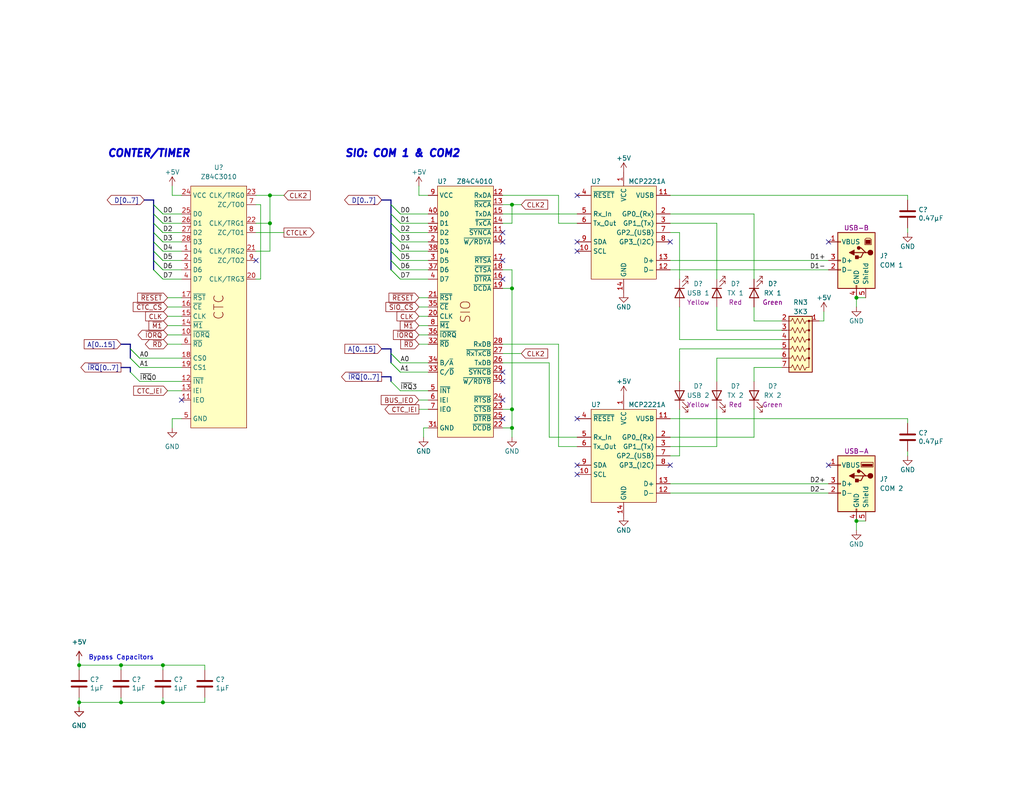
<source format=kicad_sch>
(kicad_sch (version 20230121) (generator eeschema)
  (paper "USLetter")
  (title_block (title "Main board with basic peripherals") (date "2023-09-20") (rev "3") (company "Frédéric Segard, aka Micro Hobbyist") (comment 1 "youtune.com/@microhobbyist") (comment 2 "github.com/fredericsegard") (comment 4 "I want to thank John Winans, Grant Searle and Sergey Kiselev for inspiring me."))
  (lib_symbols
    (symbol "+5V_1" (power) (pin_names (offset 0))
      (property "Value" "+5V_1" (at 0 3.556 0))
      (symbol "+5V_1_0_1"
        (polyline (pts (xy -0.762 1.27) (xy 0 2.54)))
        (polyline (pts (xy 0 0) (xy 0 2.54)))
        (polyline (pts (xy 0 2.54) (xy 0.762 1.27)))
      )
      (symbol "+5V_1_1_1"
        (pin power_in line (at 0 0 90) (length 0) hide (name "+5V") (number "1"))
      )
    )
    (symbol "0_Library:MCP2221A"
      (property "Reference" "U" (at -10.16 1.27 0))
      (property "Value" "MCP2221A" (at 1.27 1.27 0))
      (symbol "MCP2221A_0_1"
        (rectangle (start -8.89 0) (end 8.89 -25.4) (stroke (width 0.1524)) (fill (type background)))
      )
      (symbol "MCP2221A_1_1"
        (pin power_in line (at 0 3.81 270) (length 3.81) (name "VCC") (number "1"))
        (pin bidirectional line (at -12.7 -17.78 0) (length 3.81) (name "SCL") (number "10"))
        (pin power_out line (at 12.7 -2.54 180) (length 3.81) (name "VUSB") (number "11"))
        (pin bidirectional line (at 12.7 -22.86 180) (length 3.81) (name "D-") (number "12"))
        (pin bidirectional line (at 12.7 -20.32 180) (length 3.81) (name "D+") (number "13"))
        (pin power_in line (at 0 -29.21 90) (length 3.81) (name "GND") (number "14"))
        (pin bidirectional line (at 12.7 -7.62 180) (length 3.81) (name "GP0_(Rx)") (number "2"))
        (pin bidirectional line (at 12.7 -10.16 180) (length 3.81) (name "GP1_(Tx)") (number "3"))
        (pin input line (at -12.7 -2.54 0) (length 3.81) (name "~{RESET}") (number "4"))
        (pin input line (at -12.7 -7.62 0) (length 3.81) (name "Rx_In") (number "5"))
        (pin output line (at -12.7 -10.16 0) (length 3.81) (name "Tx_Out") (number "6"))
        (pin bidirectional line (at 12.7 -12.7 180) (length 3.81) (name "GP2_(USB)") (number "7"))
        (pin bidirectional line (at 12.7 -15.24 180) (length 3.81) (name "GP3_(I2C)") (number "8"))
        (pin bidirectional line (at -12.7 -15.24 0) (length 3.81) (name "SDA") (number "9"))
      )
    )
    (symbol "0_Library:Z84C30xx CTC"
      (property "Reference" "U" (at -7.62 1.27 0))
      (property "Value" "Z84C30xx CTC" (at 1.27 1.27 0))
      (symbol "Z84C30xx CTC_0_0"
        (text "CTC" (at 0 -33.02 900) (effects (font (size 2.54 2.54))))
      )
      (symbol "Z84C30xx CTC_0_1"
        (rectangle (start -7.62 0) (end 7.62 -66.04) (stroke (width 0.1524)) (fill (type background)))
      )
      (symbol "Z84C30xx CTC_1_1"
        (pin bidirectional line (at -10.16 -17.78 0) (length 2.54) (name "D4") (number "1"))
        (pin input line (at -10.16 -40.64 0) (length 2.54) (name "~{IORQ}") (number "10"))
        (pin output line (at -10.16 -58.42 0) (length 2.54) (name "IEO") (number "11"))
        (pin open_collector line (at -10.16 -53.34 0) (length 2.54) (name "~{INT}") (number "12"))
        (pin input line (at -10.16 -55.88 0) (length 2.54) (name "IEI") (number "13"))
        (pin input line (at -10.16 -38.1 0) (length 2.54) (name "~{M1}") (number "14"))
        (pin input line (at -10.16 -35.56 0) (length 2.54) (name "CLK") (number "15"))
        (pin input line (at -10.16 -33.02 0) (length 2.54) (name "~{CE}") (number "16"))
        (pin input line (at -10.16 -30.48 0) (length 2.54) (name "~{RST}") (number "17"))
        (pin input line (at -10.16 -46.99 0) (length 2.54) (name "CS0") (number "18"))
        (pin input line (at -10.16 -49.53 0) (length 2.54) (name "CS1") (number "19"))
        (pin bidirectional line (at -10.16 -20.32 0) (length 2.54) (name "D5") (number "2"))
        (pin input line (at 10.16 -25.4 180) (length 2.54) (name "CLK/TRG3") (number "20"))
        (pin input line (at 10.16 -17.78 180) (length 2.54) (name "CLK/TRG2") (number "21"))
        (pin input line (at 10.16 -10.16 180) (length 2.54) (name "CLK/TRG1") (number "22"))
        (pin input line (at 10.16 -2.54 180) (length 2.54) (name "CLK/TRG0") (number "23"))
        (pin power_in line (at -10.16 -2.54 0) (length 2.54) (name "VCC") (number "24"))
        (pin bidirectional line (at -10.16 -7.62 0) (length 2.54) (name "D0") (number "25"))
        (pin bidirectional line (at -10.16 -10.16 0) (length 2.54) (name "D1") (number "26"))
        (pin bidirectional line (at -10.16 -12.7 0) (length 2.54) (name "D2") (number "27"))
        (pin bidirectional line (at -10.16 -15.24 0) (length 2.54) (name "D3") (number "28"))
        (pin bidirectional line (at -10.16 -22.86 0) (length 2.54) (name "D6") (number "3"))
        (pin bidirectional line (at -10.16 -25.4 0) (length 2.54) (name "D7") (number "4"))
        (pin power_in line (at -10.16 -63.5 0) (length 2.54) (name "GND") (number "5"))
        (pin input line (at -10.16 -43.18 0) (length 2.54) (name "~{RD}") (number "6"))
        (pin output line (at 10.16 -5.08 180) (length 2.54) (name "ZC/TO0") (number "7"))
        (pin output line (at 10.16 -12.7 180) (length 2.54) (name "ZC/TO1") (number "8"))
        (pin output line (at 10.16 -20.32 180) (length 2.54) (name "ZC/TO2") (number "9"))
      )
    )
    (symbol "0_Library:Z84C40xx SIO"
      (property "Reference" "U" (at -7.62 1.27 0))
      (property "Value" "Z84C40xx SIO" (at 1.27 1.27 0))
      (symbol "Z84C40xx SIO_0_0"
        (text "SIO" (at 0 -34.29 900) (effects (font (size 2.54 2.54))))
      )
      (symbol "Z84C40xx SIO_0_1"
        (rectangle (start -7.62 0) (end 7.62 -68.58) (stroke (width 0.1524)) (fill (type background)))
      )
      (symbol "Z84C40xx SIO_1_1"
        (pin bidirectional line (at -10.16 -10.16 0) (length 2.54) (name "D1") (number "1"))
        (pin output line (at 10.16 -15.24 180) (length 2.54) (name "~{W/RDYA}") (number "10"))
        (pin bidirectional line (at 10.16 -12.7 180) (length 2.54) (name "~{SYNCA}") (number "11"))
        (pin input line (at 10.16 -2.54 180) (length 2.54) (name "RxDA") (number "12"))
        (pin input line (at 10.16 -5.08 180) (length 2.54) (name "~{RxCA}") (number "13"))
        (pin input line (at 10.16 -10.16 180) (length 2.54) (name "~{TxCA}") (number "14"))
        (pin output line (at 10.16 -7.62 180) (length 2.54) (name "TxDA") (number "15"))
        (pin output line (at 10.16 -25.4 180) (length 2.54) (name "~{DTRA}") (number "16"))
        (pin output line (at 10.16 -20.32 180) (length 2.54) (name "~{RTSA}") (number "17"))
        (pin input line (at 10.16 -22.86 180) (length 2.54) (name "~{CTSA}") (number "18"))
        (pin input line (at 10.16 -27.94 180) (length 2.54) (name "~{DCDA}") (number "19"))
        (pin bidirectional line (at -10.16 -15.24 0) (length 2.54) (name "D3") (number "2"))
        (pin input line (at -10.16 -35.56 0) (length 2.54) (name "CLK") (number "20"))
        (pin input line (at -10.16 -30.48 0) (length 2.54) (name "~{RST}") (number "21"))
        (pin input line (at 10.16 -66.04 180) (length 2.54) (name "~{DCDB}") (number "22"))
        (pin input line (at 10.16 -60.96 180) (length 2.54) (name "~{CTSB}") (number "23"))
        (pin output line (at 10.16 -58.42 180) (length 2.54) (name "~{RTSB}") (number "24"))
        (pin output line (at 10.16 -63.5 180) (length 2.54) (name "~{DTRB}") (number "25"))
        (pin output line (at 10.16 -48.26 180) (length 2.54) (name "TxDB") (number "26"))
        (pin input line (at 10.16 -45.72 180) (length 2.54) (name "~{RxTxCB}") (number "27"))
        (pin input line (at 10.16 -43.18 180) (length 2.54) (name "RxDB") (number "28"))
        (pin bidirectional line (at 10.16 -50.8 180) (length 2.54) (name "~{SYNCB}") (number "29"))
        (pin bidirectional line (at -10.16 -20.32 0) (length 2.54) (name "D5") (number "3"))
        (pin output line (at 10.16 -53.34 180) (length 2.54) (name "~{W/RDYB}") (number "30"))
        (pin power_in line (at -10.16 -66.04 0) (length 2.54) (name "GND") (number "31"))
        (pin input line (at -10.16 -43.18 0) (length 2.54) (name "~{RD}") (number "32"))
        (pin input line (at -10.16 -50.8 0) (length 2.54) (name "C/~{D}") (number "33"))
        (pin input line (at -10.16 -48.26 0) (length 2.54) (name "B/~{A}") (number "34"))
        (pin input line (at -10.16 -33.02 0) (length 2.54) (name "~{CE}") (number "35"))
        (pin input line (at -10.16 -40.64 0) (length 2.54) (name "~{IORQ}") (number "36"))
        (pin bidirectional line (at -10.16 -22.86 0) (length 2.54) (name "D6") (number "37"))
        (pin bidirectional line (at -10.16 -17.78 0) (length 2.54) (name "D4") (number "38"))
        (pin bidirectional line (at -10.16 -12.7 0) (length 2.54) (name "D2") (number "39"))
        (pin bidirectional line (at -10.16 -25.4 0) (length 2.54) (name "D7") (number "4"))
        (pin bidirectional line (at -10.16 -7.62 0) (length 2.54) (name "D0") (number "40"))
        (pin open_collector line (at -10.16 -55.88 0) (length 2.54) (name "~{INT}") (number "5"))
        (pin input line (at -10.16 -58.42 0) (length 2.54) (name "IEI") (number "6"))
        (pin output line (at -10.16 -60.96 0) (length 2.54) (name "IEO") (number "7"))
        (pin input line (at -10.16 -38.1 0) (length 2.54) (name "~{M1}") (number "8"))
        (pin power_in line (at -10.16 -2.54 0) (length 2.54) (name "VCC") (number "9"))
      )
    )
    (symbol "Connector:USB_A" (pin_names (offset 1.016))
      (property "Reference" "J" (at -5.08 11.43 0))
      (property "Value" "USB_A" (at -5.08 8.89 0))
      (symbol "USB_A_0_1"
        (rectangle (start -5.08 -7.62) (end 5.08 7.62) (stroke (width 0.254)) (fill (type background)))
        (circle (center -3.81 2.159) (radius 0.635) (stroke (width 0.254)) (fill (type outline)))
        (rectangle (start -1.524 4.826) (end -4.318 5.334) (fill (type outline)))
        (rectangle (start -1.27 4.572) (end -4.572 5.842))
        (circle (center -0.635 3.429) (radius 0.381) (stroke (width 0.254)) (fill (type outline)))
        (rectangle (start -0.127 -7.62) (end 0.127 -6.858))
        (polyline (pts (xy -3.175 2.159) (xy -2.54 2.159) (xy -1.27 3.429) (xy -0.635 3.429)) (stroke (width 0.254)))
        (polyline (pts (xy -2.54 2.159) (xy -1.905 2.159) (xy -1.27 0.889) (xy 0 0.889)) (stroke (width 0.254)))
        (polyline (pts (xy 0.635 2.794) (xy 0.635 1.524) (xy 1.905 2.159) (xy 0.635 2.794)) (stroke (width 0.254)) (fill (type outline)))
        (rectangle (start 0.254 1.27) (end -0.508 0.508) (stroke (width 0.254)) (fill (type outline)))
        (rectangle (start 5.08 -2.667) (end 4.318 -2.413))
        (rectangle (start 5.08 -0.127) (end 4.318 0.127))
        (rectangle (start 5.08 4.953) (end 4.318 5.207))
      )
      (symbol "USB_A_1_1"
        (polyline (pts (xy -1.905 2.159) (xy 0.635 2.159)) (stroke (width 0.254)))
        (pin power_in line (at 7.62 5.08 180) (length 2.54) (name "VBUS") (number "1"))
        (pin bidirectional line (at 7.62 -2.54 180) (length 2.54) (name "D-") (number "2"))
        (pin bidirectional line (at 7.62 0 180) (length 2.54) (name "D+") (number "3"))
        (pin power_in line (at 0 -10.16 90) (length 2.54) (name "GND") (number "4"))
        (pin passive line (at -2.54 -10.16 90) (length 2.54) (name "Shield") (number "5"))
      )
    )
    (symbol "Connector:USB_B" (pin_names (offset 1.016))
      (property "Reference" "J" (at -5.08 11.43 0))
      (property "Value" "USB_B" (at -5.08 8.89 0))
      (symbol "USB_B_0_1"
        (rectangle (start -5.08 -7.62) (end 5.08 7.62) (stroke (width 0.254)) (fill (type background)))
        (circle (center -3.81 2.159) (radius 0.635) (stroke (width 0.254)) (fill (type outline)))
        (rectangle (start -3.81 5.588) (end -2.54 4.572) (fill (type outline)))
        (circle (center -0.635 3.429) (radius 0.381) (stroke (width 0.254)) (fill (type outline)))
        (rectangle (start -0.127 -7.62) (end 0.127 -6.858))
        (polyline (pts (xy -1.905 2.159) (xy 0.635 2.159)) (stroke (width 0.254)))
        (polyline (pts (xy -3.175 2.159) (xy -2.54 2.159) (xy -1.27 3.429) (xy -0.635 3.429)) (stroke (width 0.254)))
        (polyline (pts (xy -2.54 2.159) (xy -1.905 2.159) (xy -1.27 0.889) (xy 0 0.889)) (stroke (width 0.254)))
        (polyline (pts (xy 0.635 2.794) (xy 0.635 1.524) (xy 1.905 2.159) (xy 0.635 2.794)) (stroke (width 0.254)) (fill (type outline)))
        (polyline (pts (xy -4.064 4.318) (xy -2.286 4.318) (xy -2.286 5.715) (xy -2.667 6.096) (xy -3.683 6.096) (xy -4.064 5.715) (xy -4.064 4.318)))
        (rectangle (start 0.254 1.27) (end -0.508 0.508) (stroke (width 0.254)) (fill (type outline)))
        (rectangle (start 5.08 -2.667) (end 4.318 -2.413))
        (rectangle (start 5.08 -0.127) (end 4.318 0.127))
        (rectangle (start 5.08 4.953) (end 4.318 5.207))
      )
      (symbol "USB_B_1_1"
        (pin power_out line (at 7.62 5.08 180) (length 2.54) (name "VBUS") (number "1"))
        (pin bidirectional line (at 7.62 -2.54 180) (length 2.54) (name "D-") (number "2"))
        (pin bidirectional line (at 7.62 0 180) (length 2.54) (name "D+") (number "3"))
        (pin power_out line (at 0 -10.16 90) (length 2.54) (name "GND") (number "4"))
        (pin passive line (at -2.54 -10.16 90) (length 2.54) (name "Shield") (number "5"))
      )
    )
    (symbol "Device:C" (pin_numbers hide) (pin_names (offset 0.254))
      (property "Reference" "C" (at 0.635 2.54 0))
      (property "Value" "C" (at 0.635 -2.54 0))
      (symbol "C_0_1"
        (polyline (pts (xy -2.032 -0.762) (xy 2.032 -0.762)) (stroke (width 0.508)))
        (polyline (pts (xy -2.032 0.762) (xy 2.032 0.762)) (stroke (width 0.508)))
      )
      (symbol "C_1_1"
        (pin passive line (at 0 3.81 270) (length 2.794) (name "~") (number "1"))
        (pin passive line (at 0 -3.81 90) (length 2.794) (name "~") (number "2"))
      )
    )
    (symbol "Device:LED" (pin_numbers hide) (pin_names (offset 1.016) hide)
      (property "Reference" "D" (at 0 2.54 0))
      (property "Value" "LED" (at 0 -2.54 0))
      (symbol "LED_0_1"
        (polyline (pts (xy -1.27 -1.27) (xy -1.27 1.27)) (stroke (width 0.254)))
        (polyline (pts (xy -1.27 0) (xy 1.27 0)))
        (polyline (pts (xy 1.27 -1.27) (xy 1.27 1.27) (xy -1.27 0) (xy 1.27 -1.27)) (stroke (width 0.254)))
        (polyline (pts (xy -3.048 -0.762) (xy -4.572 -2.286) (xy -3.81 -2.286) (xy -4.572 -2.286) (xy -4.572 -1.524)))
        (polyline (pts (xy -1.778 -0.762) (xy -3.302 -2.286) (xy -2.54 -2.286) (xy -3.302 -2.286) (xy -3.302 -1.524)))
      )
      (symbol "LED_1_1"
        (pin passive line (at -3.81 0 0) (length 2.54) (name "K") (number "1"))
        (pin passive line (at 3.81 0 180) (length 2.54) (name "A") (number "2"))
      )
    )
    (symbol "Device:R_Network06_US" (pin_names (offset 0) hide)
      (property "Reference" "RN" (at -10.16 0 90))
      (property "Value" "R_Network06_US" (at 7.62 0 90))
      (symbol "R_Network06_US_0_1"
        (rectangle (start -8.89 -3.175) (end 6.35 3.175) (stroke (width 0.254)) (fill (type background)))
        (circle (center -7.62 2.286) (radius 0.254) (fill (type outline)))
        (circle (center -5.08 2.286) (radius 0.254) (fill (type outline)))
        (circle (center -2.54 2.286) (radius 0.254) (fill (type outline)))
        (polyline (pts (xy -7.62 2.286) (xy 5.08 2.286)))
        (polyline (pts (xy -7.62 2.286) (xy -7.62 1.524) (xy -6.858 1.1684) (xy -8.382 0.508) (xy -6.858 -0.1524) (xy -8.382 -0.8382) (xy -6.858 -1.524) (xy -8.382 -2.1844) (xy -7.62 -2.54) (xy -7.62 -3.81)))
        (polyline (pts (xy -5.08 2.286) (xy -5.08 1.524) (xy -4.318 1.1684) (xy -5.842 0.508) (xy -4.318 -0.1524) (xy -5.842 -0.8382) (xy -4.318 -1.524) (xy -5.842 -2.1844) (xy -5.08 -2.54) (xy -5.08 -3.81)))
        (polyline (pts (xy -2.54 2.286) (xy -2.54 1.524) (xy -1.778 1.1684) (xy -3.302 0.508) (xy -1.778 -0.1524) (xy -3.302 -0.8382) (xy -1.778 -1.524) (xy -3.302 -2.1844) (xy -2.54 -2.54) (xy -2.54 -3.81)))
        (polyline (pts (xy 0 2.286) (xy 0 1.524) (xy 0.762 1.1684) (xy -0.762 0.508) (xy 0.762 -0.1524) (xy -0.762 -0.8382) (xy 0.762 -1.524) (xy -0.762 -2.1844) (xy 0 -2.54) (xy 0 -3.81)))
        (polyline (pts (xy 2.54 2.286) (xy 2.54 1.524) (xy 3.302 1.1684) (xy 1.778 0.508) (xy 3.302 -0.1524) (xy 1.778 -0.8382) (xy 3.302 -1.524) (xy 1.778 -2.1844) (xy 2.54 -2.54) (xy 2.54 -3.81)))
        (polyline (pts (xy 5.08 2.286) (xy 5.08 1.524) (xy 5.842 1.1684) (xy 4.318 0.508) (xy 5.842 -0.1524) (xy 4.318 -0.8382) (xy 5.842 -1.524) (xy 4.318 -2.1844) (xy 5.08 -2.54) (xy 5.08 -3.81)))
        (circle (center 0 2.286) (radius 0.254) (fill (type outline)))
        (circle (center 2.54 2.286) (radius 0.254) (fill (type outline)))
      )
      (symbol "R_Network06_US_1_1"
        (pin passive line (at -7.62 5.08 270) (length 2.54) (name "common") (number "1"))
        (pin passive line (at -7.62 -5.08 90) (length 1.27) (name "R1") (number "2"))
        (pin passive line (at -5.08 -5.08 90) (length 1.27) (name "R2") (number "3"))
        (pin passive line (at -2.54 -5.08 90) (length 1.27) (name "R3") (number "4"))
        (pin passive line (at 0 -5.08 90) (length 1.27) (name "R4") (number "5"))
        (pin passive line (at 2.54 -5.08 90) (length 1.27) (name "R5") (number "6"))
        (pin passive line (at 5.08 -5.08 90) (length 1.27) (name "R6") (number "7"))
      )
    )
    (symbol "GND_1" (power) (pin_names (offset 0))
      (property "Value" "GND_1" (at 0 -3.81 0))
      (symbol "GND_1_0_1"
        (polyline (pts (xy 0 0) (xy 0 -1.27) (xy 1.27 -1.27) (xy 0 -2.54) (xy -1.27 -1.27) (xy 0 -1.27)))
      )
      (symbol "GND_1_1_1"
        (pin power_in line (at 0 0 270) (length 0) hide (name "GND") (number "1"))
      )
    )
  )
  (junction (at 73.66 53.34))
  (junction (at 139.7 111.76))
  (junction (at 21.59 191.77))
  (junction (at 44.45 191.77))
  (junction (at 44.45 181.61))
  (junction (at 233.68 142.24))
  (junction (at 21.59 181.61))
  (junction (at 233.68 81.28))
  (junction (at 139.7 116.84))
  (junction (at 73.66 60.96))
  (junction (at 139.7 78.74))
  (junction (at 33.02 191.77))
  (junction (at 139.7 55.88))
  (junction (at 33.02 181.61))
  (no_connect (at 157.48 66.04))
  (no_connect (at 182.88 127))
  (no_connect (at 137.16 76.2))
  (no_connect (at 157.48 127))
  (no_connect (at 137.16 109.22))
  (no_connect (at 137.16 63.5))
  (no_connect (at 137.16 71.12))
  (no_connect (at 69.85 71.12))
  (no_connect (at 137.16 104.14))
  (no_connect (at 49.53 109.22))
  (no_connect (at 137.16 101.6))
  (no_connect (at 182.88 66.04))
  (no_connect (at 157.48 129.54))
  (no_connect (at 157.48 68.58))
  (no_connect (at 137.16 114.3))
  (no_connect (at 226.06 127))
  (no_connect (at 157.48 114.3))
  (no_connect (at 226.06 66.04))
  (no_connect (at 137.16 66.04))
  (no_connect (at 157.48 53.34))
  (bus_entry (at 41.91 71.12) (size 2.54 2.54))
  (bus_entry (at 41.91 58.42) (size 2.54 2.54))
  (bus_entry (at 41.91 71.12) (size 2.54 2.54))
  (bus_entry (at 106.68 73.66) (size 2.54 2.54))
  (bus_entry (at 106.68 73.66) (size 2.54 2.54))
  (bus_entry (at 106.68 66.04) (size 2.54 2.54))
  (bus_entry (at 106.68 66.04) (size 2.54 2.54))
  (bus_entry (at 35.56 97.79) (size 2.54 2.54))
  (bus_entry (at 106.68 60.96) (size 2.54 2.54))
  (bus_entry (at 106.68 60.96) (size 2.54 2.54))
  (bus_entry (at 106.68 63.5) (size 2.54 2.54))
  (bus_entry (at 106.68 63.5) (size 2.54 2.54))
  (bus_entry (at 41.91 66.04) (size 2.54 2.54))
  (bus_entry (at 41.91 55.88) (size 2.54 2.54))
  (bus_entry (at 41.91 66.04) (size 2.54 2.54))
  (bus_entry (at 41.91 58.42) (size 2.54 2.54))
  (bus_entry (at 106.68 104.14) (size 2.54 2.54))
  (bus_entry (at 106.68 55.88) (size 2.54 2.54))
  (bus_entry (at 106.68 55.88) (size 2.54 2.54))
  (bus_entry (at 106.68 71.12) (size 2.54 2.54))
  (bus_entry (at 106.68 71.12) (size 2.54 2.54))
  (bus_entry (at 41.91 68.58) (size 2.54 2.54))
  (bus_entry (at 35.56 95.25) (size 2.54 2.54))
  (bus_entry (at 41.91 55.88) (size 2.54 2.54))
  (bus_entry (at 41.91 60.96) (size 2.54 2.54))
  (bus_entry (at 35.56 101.6) (size 2.54 2.54))
  (bus_entry (at 106.68 96.52) (size 2.54 2.54))
  (bus_entry (at 106.68 96.52) (size 2.54 2.54))
  (bus_entry (at 41.91 63.5) (size 2.54 2.54))
  (bus_entry (at 41.91 73.66) (size 2.54 2.54))
  (bus_entry (at 41.91 68.58) (size 2.54 2.54))
  (bus_entry (at 41.91 63.5) (size 2.54 2.54))
  (bus_entry (at 106.68 99.06) (size 2.54 2.54))
  (bus_entry (at 106.68 99.06) (size 2.54 2.54))
  (bus_entry (at 41.91 60.96) (size 2.54 2.54))
  (bus_entry (at 35.56 97.79) (size 2.54 2.54))
  (bus_entry (at 41.91 73.66) (size 2.54 2.54))
  (bus_entry (at 106.68 58.42) (size 2.54 2.54))
  (bus_entry (at 106.68 58.42) (size 2.54 2.54))
  (bus_entry (at 35.56 95.25) (size 2.54 2.54))
  (bus_entry (at 106.68 68.58) (size 2.54 2.54))
  (bus_entry (at 106.68 68.58) (size 2.54 2.54))
  (wire (pts (xy 247.65 54.61) (xy 247.65 53.34)))
  (wire (pts (xy 195.58 90.17) (xy 213.36 90.17)))
  (wire (pts (xy 247.65 115.57) (xy 247.65 114.3)))
  (bus (pts (xy 41.91 58.42) (xy 41.91 55.88)))
  (wire (pts (xy 109.22 101.6) (xy 116.84 101.6)))
  (wire (pts (xy 114.3 83.82) (xy 116.84 83.82)))
  (wire (pts (xy 223.52 87.63) (xy 224.79 87.63)))
  (wire (pts (xy 45.72 83.82) (xy 49.53 83.82)))
  (wire (pts (xy 114.3 111.76) (xy 116.84 111.76)))
  (wire (pts (xy 205.74 119.38) (xy 182.88 119.38)))
  (bus (pts (xy 41.91 68.58) (xy 41.91 66.04)))
  (wire (pts (xy 139.7 73.66) (xy 139.7 78.74)))
  (wire (pts (xy 69.85 68.58) (xy 73.66 68.58)))
  (wire (pts (xy 139.7 55.88) (xy 139.7 60.96)))
  (wire (pts (xy 38.1 104.14) (xy 49.53 104.14)))
  (wire (pts (xy 137.16 73.66) (xy 139.7 73.66)))
  (wire (pts (xy 46.99 114.3) (xy 46.99 116.84)))
  (wire (pts (xy 44.45 58.42) (xy 49.53 58.42)))
  (wire (pts (xy 205.74 111.76) (xy 205.74 119.38)))
  (wire (pts (xy 195.58 97.79) (xy 213.36 97.79)))
  (wire (pts (xy 195.58 104.14) (xy 195.58 97.79)))
  (wire (pts (xy 109.22 68.58) (xy 116.84 68.58)))
  (wire (pts (xy 38.1 100.33) (xy 49.53 100.33)))
  (wire (pts (xy 21.59 181.61) (xy 21.59 182.88)))
  (wire (pts (xy 182.88 60.96) (xy 195.58 60.96)))
  (wire (pts (xy 137.16 60.96) (xy 139.7 60.96)))
  (wire (pts (xy 44.45 73.66) (xy 49.53 73.66)))
  (wire (pts (xy 157.48 121.92) (xy 152.4 121.92)))
  (wire (pts (xy 233.68 81.28) (xy 233.68 83.82)))
  (wire (pts (xy 185.42 111.76) (xy 185.42 124.46)))
  (wire (pts (xy 44.45 182.88) (xy 44.45 181.61)))
  (wire (pts (xy 185.42 95.25) (xy 213.36 95.25)))
  (wire (pts (xy 33.02 190.5) (xy 33.02 191.77)))
  (wire (pts (xy 55.88 190.5) (xy 55.88 191.77)))
  (bus (pts (xy 41.91 60.96) (xy 41.91 58.42)))
  (wire (pts (xy 137.16 111.76) (xy 139.7 111.76)))
  (wire (pts (xy 115.57 116.84) (xy 115.57 119.38)))
  (wire (pts (xy 44.45 60.96) (xy 49.53 60.96)))
  (wire (pts (xy 44.45 190.5) (xy 44.45 191.77)))
  (wire (pts (xy 195.58 76.2) (xy 195.58 60.96)))
  (wire (pts (xy 38.1 97.79) (xy 49.53 97.79)))
  (bus (pts (xy 41.91 71.12) (xy 41.91 68.58)))
  (wire (pts (xy 45.72 81.28) (xy 49.53 81.28)))
  (wire (pts (xy 109.22 106.68) (xy 116.84 106.68)))
  (wire (pts (xy 109.22 60.96) (xy 116.84 60.96)))
  (bus (pts (xy 106.68 99.06) (xy 106.68 96.52)))
  (wire (pts (xy 247.65 63.5) (xy 247.65 62.23)))
  (bus (pts (xy 104.14 95.25) (xy 106.68 95.25)))
  (wire (pts (xy 45.72 93.98) (xy 49.53 93.98)))
  (wire (pts (xy 247.65 53.34) (xy 182.88 53.34)))
  (wire (pts (xy 44.45 71.12) (xy 49.53 71.12)))
  (wire (pts (xy 44.45 191.77) (xy 55.88 191.77)))
  (bus (pts (xy 106.68 104.14) (xy 106.68 102.87)))
  (bus (pts (xy 106.68 71.12) (xy 106.68 68.58)))
  (wire (pts (xy 45.72 88.9) (xy 49.53 88.9)))
  (wire (pts (xy 45.72 86.36) (xy 49.53 86.36)))
  (wire (pts (xy 137.16 78.74) (xy 139.7 78.74)))
  (wire (pts (xy 139.7 55.88) (xy 142.24 55.88)))
  (wire (pts (xy 109.22 76.2) (xy 116.84 76.2)))
  (wire (pts (xy 114.3 93.98) (xy 116.84 93.98)))
  (wire (pts (xy 73.66 53.34) (xy 77.47 53.34)))
  (wire (pts (xy 109.22 63.5) (xy 116.84 63.5)))
  (bus (pts (xy 106.68 66.04) (xy 106.68 63.5)))
  (wire (pts (xy 45.72 106.68) (xy 49.53 106.68)))
  (wire (pts (xy 137.16 58.42) (xy 157.48 58.42)))
  (wire (pts (xy 109.22 66.04) (xy 116.84 66.04)))
  (wire (pts (xy 233.68 81.28) (xy 236.22 81.28)))
  (wire (pts (xy 44.45 181.61) (xy 55.88 181.61)))
  (bus (pts (xy 106.68 63.5) (xy 106.68 60.96)))
  (wire (pts (xy 185.42 92.71) (xy 213.36 92.71)))
  (wire (pts (xy 55.88 182.88) (xy 55.88 181.61)))
  (wire (pts (xy 44.45 181.61) (xy 33.02 181.61)))
  (bus (pts (xy 41.91 55.88) (xy 41.91 54.61)))
  (wire (pts (xy 182.88 134.62) (xy 226.06 134.62)))
  (wire (pts (xy 33.02 181.61) (xy 21.59 181.61)))
  (wire (pts (xy 73.66 60.96) (xy 73.66 68.58)))
  (wire (pts (xy 205.74 100.33) (xy 213.36 100.33)))
  (bus (pts (xy 106.68 55.88) (xy 106.68 54.61)))
  (wire (pts (xy 233.68 142.24) (xy 236.22 142.24)))
  (wire (pts (xy 137.16 96.52) (xy 142.24 96.52)))
  (wire (pts (xy 182.88 71.12) (xy 226.06 71.12)))
  (wire (pts (xy 137.16 55.88) (xy 139.7 55.88)))
  (wire (pts (xy 33.02 182.88) (xy 33.02 181.61)))
  (wire (pts (xy 69.85 55.88) (xy 71.12 55.88)))
  (wire (pts (xy 73.66 53.34) (xy 73.66 60.96)))
  (wire (pts (xy 182.88 73.66) (xy 226.06 73.66)))
  (bus (pts (xy 41.91 73.66) (xy 41.91 71.12)))
  (wire (pts (xy 182.88 132.08) (xy 226.06 132.08)))
  (wire (pts (xy 69.85 63.5) (xy 77.47 63.5)))
  (bus (pts (xy 104.14 54.61) (xy 106.68 54.61)))
  (wire (pts (xy 71.12 55.88) (xy 71.12 76.2)))
  (bus (pts (xy 33.02 100.33) (xy 35.56 100.33)))
  (wire (pts (xy 71.12 76.2) (xy 69.85 76.2)))
  (wire (pts (xy 109.22 58.42) (xy 116.84 58.42)))
  (wire (pts (xy 21.59 191.77) (xy 33.02 191.77)))
  (bus (pts (xy 41.91 63.5) (xy 41.91 60.96)))
  (bus (pts (xy 106.68 73.66) (xy 106.68 71.12)))
  (wire (pts (xy 109.22 71.12) (xy 116.84 71.12)))
  (wire (pts (xy 114.3 88.9) (xy 116.84 88.9)))
  (wire (pts (xy 21.59 190.5) (xy 21.59 191.77)))
  (bus (pts (xy 106.68 60.96) (xy 106.68 58.42)))
  (wire (pts (xy 185.42 124.46) (xy 182.88 124.46)))
  (wire (pts (xy 46.99 50.8) (xy 46.99 53.34)))
  (wire (pts (xy 114.3 91.44) (xy 116.84 91.44)))
  (wire (pts (xy 139.7 78.74) (xy 139.7 111.76)))
  (wire (pts (xy 69.85 60.96) (xy 73.66 60.96)))
  (bus (pts (xy 35.56 101.6) (xy 35.56 100.33)))
  (wire (pts (xy 224.79 85.09) (xy 224.79 87.63)))
  (wire (pts (xy 137.16 116.84) (xy 139.7 116.84)))
  (bus (pts (xy 41.91 66.04) (xy 41.91 63.5)))
  (wire (pts (xy 137.16 53.34) (xy 152.4 53.34)))
  (wire (pts (xy 114.3 86.36) (xy 116.84 86.36)))
  (bus (pts (xy 39.37 54.61) (xy 41.91 54.61)))
  (wire (pts (xy 205.74 83.82) (xy 205.74 87.63)))
  (wire (pts (xy 205.74 104.14) (xy 205.74 100.33)))
  (wire (pts (xy 195.58 111.76) (xy 195.58 121.92)))
  (wire (pts (xy 149.86 99.06) (xy 137.16 99.06)))
  (wire (pts (xy 139.7 116.84) (xy 139.7 119.38)))
  (wire (pts (xy 44.45 68.58) (xy 49.53 68.58)))
  (bus (pts (xy 33.02 93.98) (xy 35.56 93.98)))
  (wire (pts (xy 116.84 116.84) (xy 115.57 116.84)))
  (wire (pts (xy 44.45 76.2) (xy 49.53 76.2)))
  (wire (pts (xy 114.3 50.8) (xy 114.3 53.34)))
  (bus (pts (xy 35.56 97.79) (xy 35.56 95.25)))
  (bus (pts (xy 104.14 102.87) (xy 106.68 102.87)))
  (wire (pts (xy 21.59 180.34) (xy 21.59 181.61)))
  (wire (pts (xy 195.58 83.82) (xy 195.58 90.17)))
  (wire (pts (xy 114.3 109.22) (xy 116.84 109.22)))
  (bus (pts (xy 106.68 96.52) (xy 106.68 95.25)))
  (bus (pts (xy 106.68 68.58) (xy 106.68 66.04)))
  (wire (pts (xy 185.42 83.82) (xy 185.42 92.71)))
  (wire (pts (xy 185.42 104.14) (xy 185.42 95.25)))
  (wire (pts (xy 49.53 53.34) (xy 46.99 53.34)))
  (bus (pts (xy 106.68 58.42) (xy 106.68 55.88)))
  (wire (pts (xy 69.85 53.34) (xy 73.66 53.34)))
  (wire (pts (xy 152.4 53.34) (xy 152.4 60.96)))
  (wire (pts (xy 149.86 119.38) (xy 157.48 119.38)))
  (wire (pts (xy 109.22 73.66) (xy 116.84 73.66)))
  (wire (pts (xy 137.16 93.98) (xy 152.4 93.98)))
  (wire (pts (xy 49.53 114.3) (xy 46.99 114.3)))
  (wire (pts (xy 139.7 111.76) (xy 139.7 116.84)))
  (wire (pts (xy 185.42 63.5) (xy 185.42 76.2)))
  (wire (pts (xy 44.45 66.04) (xy 49.53 66.04)))
  (wire (pts (xy 116.84 53.34) (xy 114.3 53.34)))
  (wire (pts (xy 33.02 191.77) (xy 44.45 191.77)))
  (bus (pts (xy 35.56 95.25) (xy 35.56 93.98)))
  (wire (pts (xy 233.68 142.24) (xy 233.68 144.78)))
  (wire (pts (xy 45.72 91.44) (xy 49.53 91.44)))
  (wire (pts (xy 185.42 63.5) (xy 182.88 63.5)))
  (wire (pts (xy 152.4 93.98) (xy 152.4 121.92)))
  (wire (pts (xy 182.88 58.42) (xy 205.74 58.42)))
  (wire (pts (xy 182.88 114.3) (xy 247.65 114.3)))
  (wire (pts (xy 109.22 99.06) (xy 116.84 99.06)))
  (wire (pts (xy 114.3 81.28) (xy 116.84 81.28)))
  (wire (pts (xy 21.59 191.77) (xy 21.59 193.04)))
  (wire (pts (xy 205.74 76.2) (xy 205.74 58.42)))
  (wire (pts (xy 157.48 60.96) (xy 152.4 60.96)))
  (wire (pts (xy 149.86 119.38) (xy 149.86 99.06)))
  (wire (pts (xy 247.65 124.46) (xy 247.65 123.19)))
  (wire (pts (xy 44.45 63.5) (xy 49.53 63.5)))
  (wire (pts (xy 195.58 121.92) (xy 182.88 121.92)))
  (wire (pts (xy 205.74 87.63) (xy 213.36 87.63)))
  (text "CONTER/TIMER" (at 29.21 43.18 0) (effects (font (size 2 2) (thickness 0.508) bold italic) (justify left bottom)))
  (text "SIO: COM 1 & COM2" (at 93.98 43.18 0) (effects (font (size 2 2) (thickness 0.508) bold italic) (justify left bottom)))
  (text "Bypass Capacitors" (at 24.13 180.34 0) (effects (font (size 1.27 1.27)) (justify left bottom)))
  (text "Bypass Capacitors" (at 24.13 180.34 0) (effects (font (size 1.27 1.27)) (justify left bottom)))
  (label "D1" (at 44.45 60.96 0))
  (label "D2+" (at 220.98 132.08 0))
  (label "D7" (at 44.45 76.2 0))
  (label "A1" (at 38.1 100.33 0))
  (label "A0" (at 38.1 97.79 0))
  (label "D5" (at 109.22 71.12 0))
  (label "~{IRQ}3" (at 109.22 106.68 0))
  (label "A1" (at 109.22 101.6 0))
  (label "D1" (at 109.22 60.96 0))
  (label "D2-" (at 220.98 134.62 0))
  (label "D1-" (at 220.98 73.66 0))
  (label "D2" (at 44.45 63.5 0))
  (label "A0" (at 109.22 99.06 0))
  (label "D4" (at 44.45 68.58 0))
  (label "D6" (at 44.45 73.66 0))
  (label "D6" (at 109.22 73.66 0))
  (label "D0" (at 109.22 58.42 0))
  (label "D3" (at 44.45 66.04 0))
  (label "D3" (at 109.22 66.04 0))
  (label "D1+" (at 220.98 71.12 0))
  (label "~{IRQ}0" (at 38.1 104.14 0))
  (label "D5" (at 44.45 71.12 0))
  (label "D4" (at 109.22 68.58 0))
  (label "D7" (at 109.22 76.2 0))
  (label "D2" (at 109.22 63.5 0))
  (label "D0" (at 44.45 58.42 0))
  (global_label "~{SIO_CS}" (shape input) (at 114.3 83.82 180) (property "Intersheetrefs" "${INTERSHEET_REFS}" (effects hide)))
  (global_label "CLK2" (shape input) (at 142.24 96.52 0) (property "Intersheetrefs" "${INTERSHEET_REFS}" (effects hide)))
  (global_label "CLK" (shape input) (at 114.3 86.36 180) (property "Intersheetrefs" "${INTERSHEET_REFS}" (effects hide)))
  (global_label "D[0..7]" (shape bidirectional) (at 39.37 54.61 180) (property "Intersheetrefs" "${INTERSHEET_REFS}" (effects hide)))
  (global_label "~{RESET}" (shape input) (at 114.3 81.28 180) (property "Intersheetrefs" "${INTERSHEET_REFS}" (effects hide)))
  (global_label "BUS_IEO" (shape input) (at 114.3 109.22 180) (property "Intersheetrefs" "${INTERSHEET_REFS}" (effects hide)))
  (global_label "~{RD}" (shape tri_state) (at 45.72 93.98 180) (property "Intersheetrefs" "${INTERSHEET_REFS}" (effects hide)))
  (global_label "CLK2" (shape input) (at 77.47 53.34 0) (property "Intersheetrefs" "${INTERSHEET_REFS}" (effects hide)))
  (global_label "~{IRQ}[0..7]" (shape output) (at 33.02 100.33 180) (property "Intersheetrefs" "${INTERSHEET_REFS}" (effects hide)))
  (global_label "~{M1}" (shape input) (at 114.3 88.9 180) (property "Intersheetrefs" "${INTERSHEET_REFS}" (effects hide)))
  (global_label "A[0..15]" (shape input) (at 33.02 93.98 180) (property "Intersheetrefs" "${INTERSHEET_REFS}" (effects hide)))
  (global_label "~{RESET}" (shape input) (at 45.72 81.28 180) (property "Intersheetrefs" "${INTERSHEET_REFS}" (effects hide)))
  (global_label "~{IRQ}[0..7]" (shape output) (at 104.14 102.87 180) (property "Intersheetrefs" "${INTERSHEET_REFS}" (effects hide)))
  (global_label "~{RD}" (shape input) (at 114.3 93.98 180) (property "Intersheetrefs" "${INTERSHEET_REFS}" (effects hide)))
  (global_label "CLK2" (shape input) (at 142.24 55.88 0) (property "Intersheetrefs" "${INTERSHEET_REFS}" (effects hide)))
  (global_label "CLK" (shape input) (at 45.72 86.36 180) (property "Intersheetrefs" "${INTERSHEET_REFS}" (effects hide)))
  (global_label "~{CTC_CS}" (shape input) (at 45.72 83.82 180) (property "Intersheetrefs" "${INTERSHEET_REFS}" (effects hide)))
  (global_label "CTCLK" (shape output) (at 77.47 63.5 0) (property "Intersheetrefs" "${INTERSHEET_REFS}" (effects hide)))
  (global_label "~{M1}" (shape input) (at 45.72 88.9 180) (property "Intersheetrefs" "${INTERSHEET_REFS}" (effects hide)))
  (global_label "~{IORQ}" (shape input) (at 114.3 91.44 180) (property "Intersheetrefs" "${INTERSHEET_REFS}" (effects hide)))
  (global_label "A[0..15]" (shape input) (at 104.14 95.25 180) (property "Intersheetrefs" "${INTERSHEET_REFS}" (effects hide)))
  (global_label "CTC_IEI" (shape output) (at 114.3 111.76 180) (property "Intersheetrefs" "${INTERSHEET_REFS}" (effects hide)))
  (global_label "D[0..7]" (shape bidirectional) (at 104.14 54.61 180) (property "Intersheetrefs" "${INTERSHEET_REFS}" (effects hide)))
  (global_label "CTC_IEI" (shape input) (at 45.72 106.68 180) (property "Intersheetrefs" "${INTERSHEET_REFS}" (effects hide)))
  (global_label "~{IORQ}" (shape tri_state) (at 45.72 91.44 180) (property "Intersheetrefs" "${INTERSHEET_REFS}" (effects hide)))
  (symbol (lib_id "Device:C") (at 21.59 186.69 0) (unit 1)
    (property "Reference" "C?" (at 24.511 185.5216 0) (effects (justify left)))
    (property "Value" "1µF" (at 24.511 187.833 0) (effects (justify left)))
    (property "Footprint" "Capacitor_THT:C_Disc_D3.0mm_W1.6mm_P2.50mm" (effects hide))
    (instances (project "1 - Main CPU board with basic peripherals (rev5)" (path "" (reference "C?") (unit 1))) (project "2 - CPU and memory card with the essential peripherals" (path "" (reference "C?") (unit 1))) (project "3 - Quad Serial card v3" (path "" (reference "C?") (unit 1)) (path "" (reference "C?") (unit 1))) (project "2 - CPU and core components (Rev 3)" (path "" (reference "C14") (unit 1))))
  )
  (symbol (lib_name "GND_1") (lib_id "power:GND") (at 247.65 63.5 0) (unit 1)
    (property "Reference" "#PWR?" (effects hide))
    (property "Value" "GND" (at 247.65 67.31 0))
    (instances (project "1 - Main CPU board with basic peripherals (rev5)" (path "" (reference "#PWR?") (unit 1))) (project "2 - CPU and memory card with the essential peripherals" (path "" (reference "#PWR?") (unit 1))) (project "3 - Quad Serial card v3" (path "" (reference "#PWR?") (unit 1)) (path "" (reference "#PWR?") (unit 1)) (path "" (reference "#PWR?") (unit 1))) (project "2 - CPU and core components (Rev 3)" (path "" (reference "#PWR039") (unit 1))))
  )
  (symbol (lib_name "+5V_1") (lib_id "power:+5V") (at 21.59 180.34 0) (unit 1)
    (property "Reference" "#PWR?" (effects hide))
    (property "Value" "+5V" (at 21.59 175.26 0))
    (instances (project "1 - Main CPU board with basic peripherals (rev5)" (path "" (reference "#PWR?") (unit 1))) (project "2 - CPU and memory card with the essential peripherals" (path "" (reference "#PWR?") (unit 1))) (project "3 - Quad Serial card v3" (path "" (reference "#PWR?") (unit 1)) (path "" (reference "#PWR?") (unit 1))) (project "2 - CPU and core components (Rev 3)" (path "" (reference "#PWR050") (unit 1))))
  )
  (symbol (lib_id "0_Library:MCP2221A") (at 170.18 50.8 0) (unit 1)
    (property "Reference" "U?" (at 161.29 49.53 0) (effects (justify left)))
    (property "Value" "MCP2221A" (at 171.45 49.53 0) (effects (justify left)))
    (property "Footprint" "Package_DIP:DIP-14_W7.62mm_Socket" (effects hide))
    (property "Datasheet" "https://ww1.microchip.com/downloads/aemDocuments/documents/APID/ProductDocuments/DataSheets/MCP2221A-Data-Sheet-20005565E.pdf" (effects hide))
    (instances (project "1 - Main CPU board with basic peripherals (rev5)" (path "" (reference "U?") (unit 1))) (project "2 - CPU and core components (Rev 3)" (path "" (reference "U13") (unit 1))))
  )
  (symbol (lib_id "Device:LED") (at 195.58 107.95 90) (unit 1)
    (property "Reference" "D?" (at 200.66 105.41 90))
    (property "Value" "TX 2" (at 200.66 107.95 90))
    (property "Footprint" "LED_THT:LED_D3.0mm_Horizontal_O1.27mm_Z2.0mm" (effects hide))
    (property "Color" "Red" (at 200.66 110.49 90))
    (instances (project "2 - CPU and core components (Rev 3)" (path "" (reference "D?") (unit 1)) (path "" (reference "D6") (unit 1))))
  )
  (symbol (lib_name "+5V_1") (lib_id "power:+5V") (at 46.99 50.8 0) (unit 1)
    (property "Reference" "#PWR?" (effects hide))
    (property "Value" "+5V" (at 46.99 46.99 0))
    (instances (project "1 - Main CPU board with basic peripherals (rev5)" (path "" (reference "#PWR?") (unit 1))) (project "2 - CPU and memory card with the essential peripherals" (path "" (reference "#PWR?") (unit 1))) (project "3 - Quad Serial card v3" (path "" (reference "#PWR?") (unit 1)) (path "" (reference "#PWR?") (unit 1))) (project "2 - CPU and core components (Rev 3)" (path "" (reference "#PWR037") (unit 1))))
  )
  (symbol (lib_name "GND_1") (lib_id "power:GND") (at 233.68 83.82 0) (mirror y) (unit 1)
    (property "Reference" "#PWR?" (effects hide))
    (property "Value" "GND" (at 233.68 87.63 0))
    (instances (project "1 - Main CPU board with basic peripherals (rev5)" (path "" (reference "#PWR?") (unit 1))) (project "2 - CPU and memory card with the essential peripherals" (path "" (reference "#PWR?") (unit 1))) (project "3 - Quad Serial card v3" (path "" (reference "#PWR?") (unit 1)) (path "" (reference "#PWR?") (unit 1)) (path "" (reference "#PWR?") (unit 1))) (project "2 - CPU and core components (Rev 3)" (path "" (reference "#PWR041") (unit 1))))
  )
  (symbol (lib_id "0_Library:MCP2221A") (at 170.18 111.76 0) (unit 1)
    (property "Reference" "U?" (at 161.29 110.49 0) (effects (justify left)))
    (property "Value" "MCP2221A" (at 171.45 110.49 0) (effects (justify left)))
    (property "Footprint" "Package_DIP:DIP-14_W7.62mm_Socket" (effects hide))
    (property "Datasheet" "https://ww1.microchip.com/downloads/aemDocuments/documents/APID/ProductDocuments/DataSheets/MCP2221A-Data-Sheet-20005565E.pdf" (effects hide))
    (instances (project "1 - Main CPU board with basic peripherals (rev5)" (path "" (reference "U?") (unit 1))) (project "2 - CPU and core components (Rev 3)" (path "" (reference "U14") (unit 1))))
  )
  (symbol (lib_id "Device:LED") (at 185.42 107.95 90) (unit 1)
    (property "Reference" "D?" (at 190.5 105.41 90))
    (property "Value" "USB 2" (at 190.5 107.95 90))
    (property "Footprint" "LED_THT:LED_D3.0mm_Horizontal_O1.27mm_Z2.0mm" (effects hide))
    (property "Color" "Yellow" (at 190.5 110.49 90))
    (instances (project "2 - CPU and core components (Rev 3)" (path "" (reference "D?") (unit 1)) (path "" (reference "D5") (unit 1))))
  )
  (symbol (lib_name "+5V_1") (lib_id "power:+5V") (at 224.79 85.09 0) (unit 1)
    (property "Reference" "#PWR?" (effects hide))
    (property "Value" "+5V" (at 224.79 81.28 0))
    (instances (project "1 - Main CPU board with basic peripherals (rev5)" (path "" (reference "#PWR?") (unit 1))) (project "2 - CPU and memory card with the essential peripherals" (path "" (reference "#PWR?") (unit 1))) (project "3 - Quad Serial card v3" (path "" (reference "#PWR?") (unit 1)) (path "" (reference "#PWR?") (unit 1))) (project "2 - CPU and core components (Rev 3)" (path "" (reference "#PWR042") (unit 1))))
  )
  (symbol (lib_name "GND_1") (lib_id "power:GND") (at 170.18 80.01 0) (unit 1)
    (property "Reference" "#PWR?" (effects hide))
    (property "Value" "GND" (at 170.18 83.82 0))
    (instances (project "1 - Main CPU board with basic peripherals (rev5)" (path "" (reference "#PWR?") (unit 1))) (project "2 - CPU and memory card with the essential peripherals" (path "" (reference "#PWR?") (unit 1))) (project "3 - Quad Serial card v3" (path "" (reference "#PWR?") (unit 1)) (path "" (reference "#PWR?") (unit 1)) (path "" (reference "#PWR?") (unit 1))) (project "2 - CPU and core components (Rev 3)" (path "" (reference "#PWR040") (unit 1))))
  )
  (symbol (lib_id "Connector:USB_B") (at 233.68 71.12 0) (mirror y) (unit 1)
    (property "Reference" "J?" (at 240.03 69.85 0) (effects (justify right)))
    (property "Value" "COM 1" (at 240.03 72.39 0) (effects (justify right)))
    (property "Footprint" "Connector_USB:USB_B_Lumberg_2411_02_Horizontal" (effects hide))
    (property "Datasheet" " ~" (effects hide))
    (property "Type" "USB-B" (at 233.68 62.23 0))
    (instances (project "1 - Main CPU board with basic peripherals (rev5)" (path "" (reference "J?") (unit 1))) (project "2 - CPU and core components (Rev 3)" (path "" (reference "J2") (unit 1))))
  )
  (symbol (lib_id "Device:C") (at 33.02 186.69 0) (unit 1)
    (property "Reference" "C?" (at 35.941 185.5216 0) (effects (justify left)))
    (property "Value" "1µF" (at 35.941 187.833 0) (effects (justify left)))
    (property "Footprint" "Capacitor_THT:C_Disc_D3.0mm_W1.6mm_P2.50mm" (effects hide))
    (instances (project "1 - Main CPU board with basic peripherals (rev5)" (path "" (reference "C?") (unit 1))) (project "2 - CPU and memory card with the essential peripherals" (path "" (reference "C?") (unit 1))) (project "3 - Quad Serial card v3" (path "" (reference "C?") (unit 1)) (path "" (reference "C?") (unit 1))) (project "2 - CPU and core components (Rev 3)" (path "" (reference "C15") (unit 1))))
  )
  (symbol (lib_id "Device:LED") (at 185.42 80.01 90) (mirror x) (unit 1)
    (property "Reference" "D?" (at 190.5 77.47 90))
    (property "Value" "USB 1" (at 190.5 80.01 90))
    (property "Footprint" "LED_THT:LED_D3.0mm_Horizontal_O1.27mm_Z2.0mm" (effects hide))
    (property "Color" "Yellow" (at 190.5 82.55 90))
    (instances (project "2 - CPU and core components (Rev 3)" (path "" (reference "D?") (unit 1)) (path "" (reference "D2") (unit 1))))
  )
  (symbol (lib_id "Device:C") (at 247.65 119.38 0) (unit 1)
    (property "Reference" "C?" (at 250.571 118.2116 0) (effects (justify left)))
    (property "Value" "0.47µF" (at 250.571 120.523 0) (effects (justify left)))
    (property "Footprint" "Capacitor_THT:C_Disc_D3.0mm_W1.6mm_P2.50mm" (effects hide))
    (instances (project "1 - Main CPU board with basic peripherals (rev5)" (path "" (reference "C?") (unit 1))) (project "2 - CPU and memory card with the essential peripherals" (path "" (reference "C?") (unit 1))) (project "3 - Quad Serial card v3" (path "" (reference "C?") (unit 1)) (path "" (reference "C?") (unit 1))) (project "2 - CPU and core components (Rev 3)" (path "" (reference "C13") (unit 1))))
  )
  (symbol (lib_id "Device:LED") (at 205.74 80.01 90) (mirror x) (unit 1)
    (property "Reference" "D?" (at 210.82 77.47 90))
    (property "Value" "RX 1" (at 210.82 80.01 90))
    (property "Footprint" "LED_THT:LED_D3.0mm_Horizontal_O1.27mm_Z2.0mm" (effects hide))
    (property "Color" "Green" (at 210.82 82.55 90))
    (instances (project "2 - CPU and core components (Rev 3)" (path "" (reference "D?") (unit 1)) (path "" (reference "D4") (unit 1))))
  )
  (symbol (lib_id "Connector:USB_A") (at 233.68 132.08 0) (mirror y) (unit 1)
    (property "Reference" "J?" (at 240.03 130.81 0) (effects (justify right)))
    (property "Value" "COM 2" (at 240.03 133.35 0) (effects (justify right)))
    (property "Footprint" "Connector_USB:USB_A_Stewart_SS-52100-001_Horizontal" (effects hide))
    (property "Datasheet" " ~" (effects hide))
    (property "Type" "USB-A" (at 233.68 123.19 0))
    (instances (project "1 - Main CPU board with basic peripherals (rev5)" (path "" (reference "J?") (unit 1))) (project "2 - CPU and core components (Rev 3)" (path "" (reference "J3") (unit 1))))
  )
  (symbol (lib_id "Device:C") (at 44.45 186.69 0) (unit 1)
    (property "Reference" "C?" (at 47.371 185.5216 0) (effects (justify left)))
    (property "Value" "1µF" (at 47.371 187.833 0) (effects (justify left)))
    (property "Footprint" "Capacitor_THT:C_Disc_D3.0mm_W1.6mm_P2.50mm" (effects hide))
    (instances (project "1 - Main CPU board with basic peripherals (rev5)" (path "" (reference "C?") (unit 1))) (project "2 - CPU and memory card with the essential peripherals" (path "" (reference "C?") (unit 1))) (project "3 - Quad Serial card v3" (path "" (reference "C?") (unit 1)) (path "" (reference "C?") (unit 1))) (project "2 - CPU and core components (Rev 3)" (path "" (reference "C16") (unit 1))))
  )
  (symbol (lib_name "+5V_1") (lib_id "power:+5V") (at 170.18 107.95 0) (unit 1)
    (property "Reference" "#PWR?" (effects hide))
    (property "Value" "+5V" (at 170.18 104.14 0))
    (instances (project "1 - Main CPU board with basic peripherals (rev5)" (path "" (reference "#PWR?") (unit 1))) (project "2 - CPU and memory card with the essential peripherals" (path "" (reference "#PWR?") (unit 1))) (project "3 - Quad Serial card v3" (path "" (reference "#PWR?") (unit 1)) (path "" (reference "#PWR?") (unit 1))) (project "2 - CPU and core components (Rev 3)" (path "" (reference "#PWR043") (unit 1))))
  )
  (symbol (lib_name "GND_1") (lib_id "power:GND") (at 247.65 124.46 0) (unit 1)
    (property "Reference" "#PWR?" (effects hide))
    (property "Value" "GND" (at 247.65 128.27 0))
    (instances (project "1 - Main CPU board with basic peripherals (rev5)" (path "" (reference "#PWR?") (unit 1))) (project "2 - CPU and memory card with the essential peripherals" (path "" (reference "#PWR?") (unit 1))) (project "3 - Quad Serial card v3" (path "" (reference "#PWR?") (unit 1)) (path "" (reference "#PWR?") (unit 1)) (path "" (reference "#PWR?") (unit 1))) (project "2 - CPU and core components (Rev 3)" (path "" (reference "#PWR047") (unit 1))))
  )
  (symbol (lib_id "Device:LED") (at 205.74 107.95 90) (unit 1)
    (property "Reference" "D?" (at 210.82 105.41 90))
    (property "Value" "RX 2" (at 210.82 107.95 90))
    (property "Footprint" "LED_THT:LED_D3.0mm_Horizontal_O1.27mm_Z2.0mm" (effects hide))
    (property "Color" "Green" (at 210.82 110.49 90))
    (instances (project "2 - CPU and core components (Rev 3)" (path "" (reference "D?") (unit 1)) (path "" (reference "D7") (unit 1))))
  )
  (symbol (lib_id "Device:LED") (at 195.58 80.01 90) (mirror x) (unit 1)
    (property "Reference" "D?" (at 200.66 77.47 90))
    (property "Value" "TX 1" (at 200.66 80.01 90))
    (property "Footprint" "LED_THT:LED_D3.0mm_Horizontal_O1.27mm_Z2.0mm" (effects hide))
    (property "Color" "Red" (at 200.66 82.55 90))
    (instances (project "2 - CPU and core components (Rev 3)" (path "" (reference "D?") (unit 1)) (path "" (reference "D3") (unit 1))))
  )
  (symbol (lib_name "GND_1") (lib_id "power:GND") (at 46.99 116.84 0) (unit 1)
    (property "Reference" "#PWR?" (effects hide))
    (property "Value" "GND" (at 46.99 121.92 0))
    (instances (project "1 - Main CPU board with basic peripherals (rev5)" (path "" (reference "#PWR?") (unit 1))) (project "2 - CPU and memory card with the essential peripherals" (path "" (reference "#PWR?") (unit 1))) (project "3 - Quad Serial card v3" (path "" (reference "#PWR?") (unit 1)) (path "" (reference "#PWR?") (unit 1))) (project "2 - CPU and core components (Rev 3)" (path "" (reference "#PWR044") (unit 1))))
  )
  (symbol (lib_name "+5V_1") (lib_id "power:+5V") (at 114.3 50.8 0) (unit 1)
    (property "Reference" "#PWR?" (effects hide))
    (property "Value" "+5V" (at 114.3 46.99 0))
    (instances (project "1 - Main CPU board with basic peripherals (rev5)" (path "" (reference "#PWR?") (unit 1))) (project "2 - CPU and memory card with the essential peripherals" (path "" (reference "#PWR?") (unit 1))) (project "3 - Quad Serial card v3" (path "" (reference "#PWR?") (unit 1)) (path "" (reference "#PWR?") (unit 1))) (project "2 - CPU and core components (Rev 3)" (path "" (reference "#PWR038") (unit 1))))
  )
  (symbol (lib_name "GND_1") (lib_id "power:GND") (at 21.59 193.04 0) (unit 1)
    (property "Reference" "#PWR?" (effects hide))
    (property "Value" "GND" (at 21.59 198.12 0))
    (instances (project "1 - Main CPU board with basic peripherals (rev5)" (path "" (reference "#PWR?") (unit 1))) (project "2 - CPU and memory card with the essential peripherals" (path "" (reference "#PWR?") (unit 1))) (project "3 - Quad Serial card v3" (path "" (reference "#PWR?") (unit 1)) (path "" (reference "#PWR?") (unit 1))) (project "2 - CPU and core components (Rev 3)" (path "" (reference "#PWR052") (unit 1))))
  )
  (symbol (lib_name "GND_1") (lib_id "power:GND") (at 170.18 140.97 0) (mirror y) (unit 1)
    (property "Reference" "#PWR?" (effects hide))
    (property "Value" "GND" (at 170.18 144.78 0))
    (instances (project "1 - Main CPU board with basic peripherals (rev5)" (path "" (reference "#PWR?") (unit 1))) (project "2 - CPU and memory card with the essential peripherals" (path "" (reference "#PWR?") (unit 1))) (project "3 - Quad Serial card v3" (path "" (reference "#PWR?") (unit 1)) (path "" (reference "#PWR?") (unit 1)) (path "" (reference "#PWR?") (unit 1))) (project "2 - CPU and core components (Rev 3)" (path "" (reference "#PWR048") (unit 1))))
  )
  (symbol (lib_name "+5V_1") (lib_id "power:+5V") (at 21.59 180.34 0) (unit 1)
    (property "Reference" "#PWR?" (effects hide))
    (property "Value" "+5V" (at 21.59 175.26 0))
    (instances (project "1 - Main CPU board with basic peripherals (rev5)" (path "" (reference "#PWR?") (unit 1))) (project "2 - CPU and memory card with the essential peripherals" (path "" (reference "#PWR?") (unit 1))) (project "3 - Quad Serial card v3" (path "" (reference "#PWR?") (unit 1)) (path "" (reference "#PWR?") (unit 1))) (project "2 - CPU and core components (Rev 3)" (path "" (reference "#PWR051") (unit 1))))
  )
  (symbol (lib_id "0_Library:Z84C30xx CTC") (at 59.69 50.8 0) (unit 1)
    (property "Reference" "U?" (at 59.69 45.72 0))
    (property "Value" "Z84C3010" (at 59.69 48.26 0))
    (property "Footprint" "Package_DIP:DIP-28_W15.24mm_Socket" (effects hide))
    (property "Datasheet" "https://www.mouser.ca/datasheet/2/240/ps0181-2821199.pdf" (effects hide))
    (instances (project "1 - Main CPU board with basic peripherals (rev5)" (path "" (reference "U?") (unit 1))) (project "2 - CPU and core components (Rev 3)" (path "" (reference "U11") (unit 1))))
  )
  (symbol (lib_name "GND_1") (lib_id "power:GND") (at 233.68 144.78 0) (mirror y) (unit 1)
    (property "Reference" "#PWR?" (effects hide))
    (property "Value" "GND" (at 233.68 148.59 0))
    (instances (project "1 - Main CPU board with basic peripherals (rev5)" (path "" (reference "#PWR?") (unit 1))) (project "2 - CPU and memory card with the essential peripherals" (path "" (reference "#PWR?") (unit 1))) (project "3 - Quad Serial card v3" (path "" (reference "#PWR?") (unit 1)) (path "" (reference "#PWR?") (unit 1)) (path "" (reference "#PWR?") (unit 1))) (project "2 - CPU and core components (Rev 3)" (path "" (reference "#PWR049") (unit 1))))
  )
  (symbol (lib_name "GND_1") (lib_id "power:GND") (at 115.57 119.38 0) (unit 1)
    (property "Reference" "#PWR?" (effects hide))
    (property "Value" "GND" (at 115.57 123.19 0))
    (instances (project "1 - Main CPU board with basic peripherals (rev5)" (path "" (reference "#PWR?") (unit 1))) (project "2 - CPU and memory card with the essential peripherals" (path "" (reference "#PWR?") (unit 1))) (project "3 - Quad Serial card v3" (path "" (reference "#PWR?") (unit 1)) (path "" (reference "#PWR?") (unit 1))) (project "2 - CPU and core components (Rev 3)" (path "" (reference "#PWR045") (unit 1))))
  )
  (symbol (lib_id "Device:R_Network06_US") (at 218.44 95.25 270) (unit 1)
    (property "Reference" "RN3" (at 218.44 82.55 90))
    (property "Value" "3K3" (at 218.44 85.09 90))
    (property "Footprint" "Resistor_THT:R_Array_SIP7" (effects hide))
    (property "Datasheet" "http://www.vishay.com/docs/31509/csc.pdf" (effects hide))
  )
  (symbol (lib_name "GND_1") (lib_id "power:GND") (at 139.7 119.38 0) (unit 1)
    (property "Reference" "#PWR?" (effects hide))
    (property "Value" "GND" (at 139.7 123.19 0))
    (instances (project "1 - Main CPU board with basic peripherals (rev5)" (path "" (reference "#PWR?") (unit 1))) (project "2 - CPU and memory card with the essential peripherals" (path "" (reference "#PWR?") (unit 1))) (project "3 - Quad Serial card v3" (path "" (reference "#PWR?") (unit 1)) (path "" (reference "#PWR?") (unit 1))) (project "2 - CPU and core components (Rev 3)" (path "" (reference "#PWR046") (unit 1))))
  )
  (symbol (lib_name "+5V_1") (lib_id "power:+5V") (at 170.18 46.99 0) (unit 1)
    (property "Reference" "#PWR?" (effects hide))
    (property "Value" "+5V" (at 170.18 43.18 0))
    (instances (project "1 - Main CPU board with basic peripherals (rev5)" (path "" (reference "#PWR?") (unit 1))) (project "2 - CPU and memory card with the essential peripherals" (path "" (reference "#PWR?") (unit 1))) (project "3 - Quad Serial card v3" (path "" (reference "#PWR?") (unit 1)) (path "" (reference "#PWR?") (unit 1))) (project "2 - CPU and core components (Rev 3)" (path "" (reference "#PWR036") (unit 1))))
  )
  (symbol (lib_id "Device:C") (at 247.65 58.42 0) (unit 1)
    (property "Reference" "C?" (at 250.571 57.2516 0) (effects (justify left)))
    (property "Value" "0.47µF" (at 250.571 59.563 0) (effects (justify left)))
    (property "Footprint" "Capacitor_THT:C_Disc_D3.0mm_W1.6mm_P2.50mm" (effects hide))
    (instances (project "1 - Main CPU board with basic peripherals (rev5)" (path "" (reference "C?") (unit 1))) (project "2 - CPU and memory card with the essential peripherals" (path "" (reference "C?") (unit 1))) (project "3 - Quad Serial card v3" (path "" (reference "C?") (unit 1)) (path "" (reference "C?") (unit 1))) (project "2 - CPU and core components (Rev 3)" (path "" (reference "C12") (unit 1))))
  )
  (symbol (lib_id "0_Library:Z84C40xx SIO") (at 127 50.8 0) (unit 1)
    (property "Reference" "U?" (at 120.65 49.53 0))
    (property "Value" "Z84C4010" (at 129.54 49.53 0))
    (property "Footprint" "Package_DIP:DIP-40_W15.24mm_Socket" (effects hide))
    (property "Datasheet" "https://www.mouser.ca/datasheet/2/240/zilgs00978_1-2584731.pdf" (effects hide))
    (instances (project "1 - Main CPU board with basic peripherals (rev5)" (path "" (reference "U?") (unit 1))) (project "2 - CPU and memory card with the essential peripherals" (path "" (reference "U?") (unit 1))) (project "3 - Quad Serial card v3" (path "" (reference "U?") (unit 1))) (project "2 - CPU and core components (Rev 3)" (path "" (reference "U12") (unit 1))))
  )
  (symbol (lib_id "Device:C") (at 55.88 186.69 0) (unit 1)
    (property "Reference" "C?" (at 58.801 185.5216 0) (effects (justify left)))
    (property "Value" "1µF" (at 58.801 187.833 0) (effects (justify left)))
    (property "Footprint" "Capacitor_THT:C_Disc_D3.4mm_W2.1mm_P2.50mm" (effects hide))
    (instances (project "1 - Main CPU board with basic peripherals (rev5)" (path "" (reference "C?") (unit 1)) (path "" (reference "C?") (unit 1))) (project "2 - CPU and memory card with the essential peripherals" (path "" (reference "C?") (unit 1))) (project "3 - Quad Serial card v3" (path "" (reference "C?") (unit 1)) (path "" (reference "C?") (unit 1))) (project "2 - CPU and core components (Rev 3)" (path "" (reference "C?") (unit 1)) (path "" (reference "C?") (unit 1)) (path "" (reference "C17") (unit 1))))
  )
  (symbol (lib_name "GND_1") (lib_id "power:GND") (at 21.59 193.04 0) (unit 1)
    (property "Reference" "#PWR?" (effects hide))
    (property "Value" "GND" (at 21.59 198.12 0))
    (instances (project "1 - Main CPU board with basic peripherals (rev5)" (path "" (reference "#PWR?") (unit 1))) (project "2 - CPU and memory card with the essential peripherals" (path "" (reference "#PWR?") (unit 1))) (project "3 - Quad Serial card v3" (path "" (reference "#PWR?") (unit 1)) (path "" (reference "#PWR?") (unit 1))) (project "2 - CPU and core components (Rev 3)" (path "" (reference "#PWR053") (unit 1))))
  )
)
</source>
